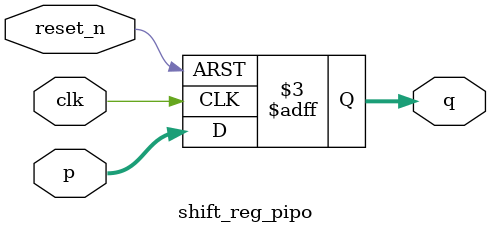
<source format=v>
`timescale 1ns / 1ps

module shift_reg_pipo(
    input [3:0] p,
    input clk, reset_n,
    output reg [3:0] q
    );
    
    always @(posedge clk or negedge reset_n) begin
        if (!reset_n)
            q <= 4'b0;
        else 
            q[3:0] <= p[3:0];
    end

endmodule
</source>
